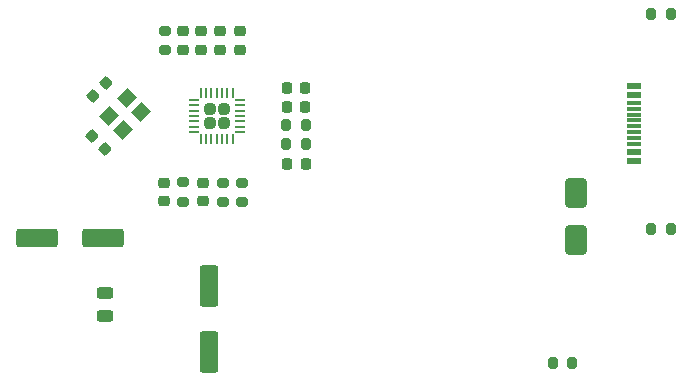
<source format=gbr>
%TF.GenerationSoftware,KiCad,Pcbnew,9.0.1-9.0.1-0~ubuntu22.04.1*%
%TF.CreationDate,2025-04-15T09:20:31+07:00*%
%TF.ProjectId,USB_HUB_4Port,5553425f-4855-4425-9f34-506f72742e6b,rev?*%
%TF.SameCoordinates,Original*%
%TF.FileFunction,Paste,Top*%
%TF.FilePolarity,Positive*%
%FSLAX46Y46*%
G04 Gerber Fmt 4.6, Leading zero omitted, Abs format (unit mm)*
G04 Created by KiCad (PCBNEW 9.0.1-9.0.1-0~ubuntu22.04.1) date 2025-04-15 09:20:31*
%MOMM*%
%LPD*%
G01*
G04 APERTURE LIST*
G04 Aperture macros list*
%AMRoundRect*
0 Rectangle with rounded corners*
0 $1 Rounding radius*
0 $2 $3 $4 $5 $6 $7 $8 $9 X,Y pos of 4 corners*
0 Add a 4 corners polygon primitive as box body*
4,1,4,$2,$3,$4,$5,$6,$7,$8,$9,$2,$3,0*
0 Add four circle primitives for the rounded corners*
1,1,$1+$1,$2,$3*
1,1,$1+$1,$4,$5*
1,1,$1+$1,$6,$7*
1,1,$1+$1,$8,$9*
0 Add four rect primitives between the rounded corners*
20,1,$1+$1,$2,$3,$4,$5,0*
20,1,$1+$1,$4,$5,$6,$7,0*
20,1,$1+$1,$6,$7,$8,$9,0*
20,1,$1+$1,$8,$9,$2,$3,0*%
%AMRotRect*
0 Rectangle, with rotation*
0 The origin of the aperture is its center*
0 $1 length*
0 $2 width*
0 $3 Rotation angle, in degrees counterclockwise*
0 Add horizontal line*
21,1,$1,$2,0,0,$3*%
%AMFreePoly0*
4,1,14,0.318306,0.106694,0.381694,0.043306,0.400000,-0.000888,0.400000,-0.062500,0.381694,-0.106694,0.337500,-0.125000,-0.337500,-0.125000,-0.381694,-0.106694,-0.400000,-0.062500,-0.400000,0.062500,-0.381694,0.106694,-0.337500,0.125000,0.274112,0.125000,0.318306,0.106694,0.318306,0.106694,$1*%
%AMFreePoly1*
4,1,14,0.381694,0.106694,0.400000,0.062500,0.400000,0.000888,0.381694,-0.043306,0.318306,-0.106694,0.274112,-0.125000,-0.337500,-0.125000,-0.381694,-0.106694,-0.400000,-0.062500,-0.400000,0.062500,-0.381694,0.106694,-0.337500,0.125000,0.337500,0.125000,0.381694,0.106694,0.381694,0.106694,$1*%
%AMFreePoly2*
4,1,14,0.106694,0.381694,0.125000,0.337500,0.125000,-0.337500,0.106694,-0.381694,0.062500,-0.400000,-0.062500,-0.400000,-0.106694,-0.381694,-0.125000,-0.337500,-0.125000,0.274112,-0.106694,0.318306,-0.043306,0.381694,0.000888,0.400000,0.062500,0.400000,0.106694,0.381694,0.106694,0.381694,$1*%
%AMFreePoly3*
4,1,14,0.043306,0.381694,0.106694,0.318306,0.125000,0.274112,0.125000,-0.337500,0.106694,-0.381694,0.062500,-0.400000,-0.062500,-0.400000,-0.106694,-0.381694,-0.125000,-0.337500,-0.125000,0.337500,-0.106694,0.381694,-0.062500,0.400000,-0.000888,0.400000,0.043306,0.381694,0.043306,0.381694,$1*%
%AMFreePoly4*
4,1,14,0.381694,0.106694,0.400000,0.062500,0.400000,-0.062500,0.381694,-0.106694,0.337500,-0.125000,-0.274112,-0.125000,-0.318306,-0.106694,-0.381694,-0.043306,-0.400000,0.000888,-0.400000,0.062500,-0.381694,0.106694,-0.337500,0.125000,0.337500,0.125000,0.381694,0.106694,0.381694,0.106694,$1*%
%AMFreePoly5*
4,1,14,0.381694,0.106694,0.400000,0.062500,0.400000,-0.062500,0.381694,-0.106694,0.337500,-0.125000,-0.337500,-0.125000,-0.381694,-0.106694,-0.400000,-0.062500,-0.400000,-0.000888,-0.381694,0.043306,-0.318306,0.106694,-0.274112,0.125000,0.337500,0.125000,0.381694,0.106694,0.381694,0.106694,$1*%
%AMFreePoly6*
4,1,14,0.106694,0.381694,0.125000,0.337500,0.125000,-0.274112,0.106694,-0.318306,0.043306,-0.381694,-0.000888,-0.400000,-0.062500,-0.400000,-0.106694,-0.381694,-0.125000,-0.337500,-0.125000,0.337500,-0.106694,0.381694,-0.062500,0.400000,0.062500,0.400000,0.106694,0.381694,0.106694,0.381694,$1*%
%AMFreePoly7*
4,1,14,0.106694,0.381694,0.125000,0.337500,0.125000,-0.337500,0.106694,-0.381694,0.062500,-0.400000,0.000888,-0.400000,-0.043306,-0.381694,-0.106694,-0.318306,-0.125000,-0.274112,-0.125000,0.337500,-0.106694,0.381694,-0.062500,0.400000,0.062500,0.400000,0.106694,0.381694,0.106694,0.381694,$1*%
G04 Aperture macros list end*
%ADD10RoundRect,0.200000X-0.200000X-0.275000X0.200000X-0.275000X0.200000X0.275000X-0.200000X0.275000X0*%
%ADD11RoundRect,0.225000X-0.017678X0.335876X-0.335876X0.017678X0.017678X-0.335876X0.335876X-0.017678X0*%
%ADD12RoundRect,0.225000X-0.250000X0.225000X-0.250000X-0.225000X0.250000X-0.225000X0.250000X0.225000X0*%
%ADD13RoundRect,0.200000X0.200000X0.275000X-0.200000X0.275000X-0.200000X-0.275000X0.200000X-0.275000X0*%
%ADD14RoundRect,0.225000X0.335876X0.017678X0.017678X0.335876X-0.335876X-0.017678X-0.017678X-0.335876X0*%
%ADD15RoundRect,0.218750X0.218750X0.256250X-0.218750X0.256250X-0.218750X-0.256250X0.218750X-0.256250X0*%
%ADD16RoundRect,0.225000X0.250000X-0.225000X0.250000X0.225000X-0.250000X0.225000X-0.250000X-0.225000X0*%
%ADD17RoundRect,0.242500X-0.242500X0.242500X-0.242500X-0.242500X0.242500X-0.242500X0.242500X0.242500X0*%
%ADD18FreePoly0,270.000000*%
%ADD19RoundRect,0.062500X-0.062500X0.337500X-0.062500X-0.337500X0.062500X-0.337500X0.062500X0.337500X0*%
%ADD20FreePoly1,270.000000*%
%ADD21FreePoly2,270.000000*%
%ADD22RoundRect,0.062500X-0.337500X0.062500X-0.337500X-0.062500X0.337500X-0.062500X0.337500X0.062500X0*%
%ADD23FreePoly3,270.000000*%
%ADD24FreePoly4,270.000000*%
%ADD25FreePoly5,270.000000*%
%ADD26FreePoly6,270.000000*%
%ADD27FreePoly7,270.000000*%
%ADD28R,1.240000X0.600000*%
%ADD29R,1.240000X0.300000*%
%ADD30RoundRect,0.225000X-0.225000X-0.250000X0.225000X-0.250000X0.225000X0.250000X-0.225000X0.250000X0*%
%ADD31RoundRect,0.200000X0.275000X-0.200000X0.275000X0.200000X-0.275000X0.200000X-0.275000X-0.200000X0*%
%ADD32RoundRect,0.200000X-0.275000X0.200000X-0.275000X-0.200000X0.275000X-0.200000X0.275000X0.200000X0*%
%ADD33RoundRect,0.250000X0.550000X-1.500000X0.550000X1.500000X-0.550000X1.500000X-0.550000X-1.500000X0*%
%ADD34RoundRect,0.250000X1.500000X0.550000X-1.500000X0.550000X-1.500000X-0.550000X1.500000X-0.550000X0*%
%ADD35RoundRect,0.243750X-0.456250X0.243750X-0.456250X-0.243750X0.456250X-0.243750X0.456250X0.243750X0*%
%ADD36RotRect,1.300000X1.100000X225.000000*%
%ADD37RoundRect,0.250000X0.650000X-1.000000X0.650000X1.000000X-0.650000X1.000000X-0.650000X-1.000000X0*%
G04 APERTURE END LIST*
D10*
%TO.C,R6*%
X88155000Y-146760000D03*
X89805000Y-146760000D03*
%TD*%
D11*
%TO.C,C1*%
X72888008Y-143141992D03*
X71791992Y-144238008D03*
%TD*%
D12*
%TO.C,C10*%
X77760000Y-151620000D03*
X77760000Y-153170000D03*
%TD*%
D13*
%TO.C,R3*%
X120695000Y-137340000D03*
X119045000Y-137340000D03*
%TD*%
D14*
%TO.C,C2*%
X72838008Y-148748008D03*
X71741992Y-147651992D03*
%TD*%
D15*
%TO.C,D2*%
X89805000Y-149990000D03*
X88230000Y-149990000D03*
%TD*%
D16*
%TO.C,C3*%
X80930000Y-140355000D03*
X80930000Y-138805000D03*
%TD*%
%TO.C,C9*%
X82560000Y-140355000D03*
X82560000Y-138805000D03*
%TD*%
D17*
%TO.C,U1*%
X82870000Y-145360000D03*
X81670000Y-145360000D03*
X82870000Y-146560000D03*
X81670000Y-146560000D03*
D18*
X83620000Y-144010000D03*
D19*
X83170000Y-144010000D03*
X82720000Y-144010000D03*
X82270000Y-144010000D03*
X81820000Y-144010000D03*
X81370000Y-144010000D03*
D20*
X80920000Y-144010000D03*
D21*
X80320000Y-144610000D03*
D22*
X80320000Y-145060000D03*
X80320000Y-145510000D03*
X80320000Y-145960000D03*
X80320000Y-146410000D03*
X80320000Y-146860000D03*
D23*
X80320000Y-147310000D03*
D24*
X80920000Y-147910000D03*
D19*
X81370000Y-147910000D03*
X81820000Y-147910000D03*
X82270000Y-147910000D03*
X82720000Y-147910000D03*
X83170000Y-147910000D03*
D25*
X83620000Y-147910000D03*
D26*
X84220000Y-147310000D03*
D22*
X84220000Y-146860000D03*
X84220000Y-146410000D03*
X84220000Y-145960000D03*
X84220000Y-145510000D03*
X84220000Y-145060000D03*
D27*
X84220000Y-144610000D03*
%TD*%
D13*
%TO.C,R2*%
X120695000Y-155550000D03*
X119045000Y-155550000D03*
%TD*%
D28*
%TO.C,J1*%
X117555000Y-149790000D03*
X117555000Y-148990000D03*
D29*
X117555000Y-147840000D03*
X117555000Y-146840000D03*
X117555000Y-146340000D03*
X117555000Y-145340000D03*
D28*
X117555000Y-144190000D03*
X117555000Y-143390000D03*
X117555000Y-143390000D03*
X117555000Y-144190000D03*
D29*
X117555000Y-144840000D03*
X117555000Y-145840000D03*
X117555000Y-147340000D03*
X117555000Y-148340000D03*
D28*
X117555000Y-148990000D03*
X117555000Y-149790000D03*
%TD*%
D10*
%TO.C,R9*%
X110725000Y-166860000D03*
X112375000Y-166860000D03*
%TD*%
D30*
%TO.C,C7*%
X88205000Y-145165000D03*
X89755000Y-145165000D03*
%TD*%
D10*
%TO.C,R8*%
X88162500Y-148355000D03*
X89812500Y-148355000D03*
%TD*%
D31*
%TO.C,R4*%
X79430000Y-153235000D03*
X79430000Y-151585000D03*
%TD*%
D16*
%TO.C,C5*%
X84200000Y-140355000D03*
X84200000Y-138805000D03*
%TD*%
D32*
%TO.C,R5*%
X82770000Y-151625000D03*
X82770000Y-153275000D03*
%TD*%
D33*
%TO.C,C12*%
X81570000Y-165960000D03*
X81570000Y-160360000D03*
%TD*%
D30*
%TO.C,C8*%
X88205000Y-143570000D03*
X89755000Y-143570000D03*
%TD*%
D31*
%TO.C,R1*%
X77850000Y-140405000D03*
X77850000Y-138755000D03*
%TD*%
D16*
%TO.C,C4*%
X79390000Y-140355000D03*
X79390000Y-138805000D03*
%TD*%
D34*
%TO.C,C11*%
X72660000Y-156280000D03*
X67060000Y-156280000D03*
%TD*%
D35*
%TO.C,F1*%
X72840000Y-160982500D03*
X72840000Y-162857500D03*
%TD*%
D31*
%TO.C,R7*%
X84440000Y-153265000D03*
X84440000Y-151615000D03*
%TD*%
D12*
%TO.C,C6*%
X81100000Y-151630000D03*
X81100000Y-153180000D03*
%TD*%
D36*
%TO.C,Y1*%
X74659099Y-144464175D03*
X73174175Y-145949099D03*
X74340901Y-147115825D03*
X75825825Y-145630901D03*
%TD*%
D37*
%TO.C,D1*%
X112670000Y-156460000D03*
X112670000Y-152460000D03*
%TD*%
M02*

</source>
